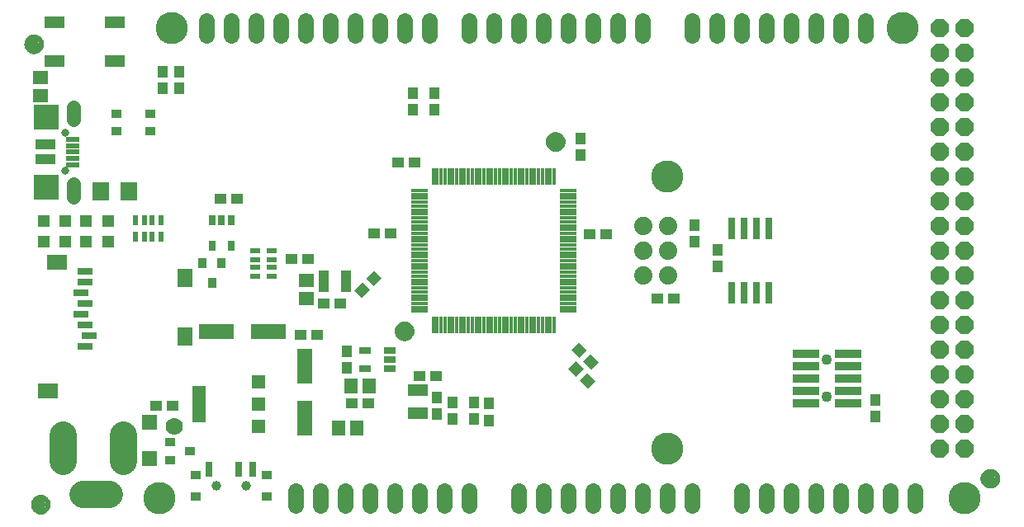
<source format=gbr>
G04 EAGLE Gerber RS-274X export*
G75*
%MOMM*%
%FSLAX34Y34*%
%LPD*%
%INSoldermask Top*%
%IPPOS*%
%AMOC8*
5,1,8,0,0,1.08239X$1,22.5*%
G01*
%ADD10C,3.301600*%
%ADD11C,1.879600*%
%ADD12R,1.341600X1.601600*%
%ADD13R,3.657600X1.501600*%
%ADD14R,1.501600X3.657600*%
%ADD15R,1.301600X1.301600*%
%ADD16R,1.501600X1.501600*%
%ADD17C,1.101600*%
%ADD18C,0.500000*%
%ADD19R,1.301600X0.651600*%
%ADD20R,1.401600X1.401600*%
%ADD21R,1.401600X3.701600*%
%ADD22R,1.176600X1.101600*%
%ADD23R,0.990600X0.889000*%
%ADD24C,0.801600*%
%ADD25R,2.514600X2.514600*%
%ADD26C,1.409600*%
%ADD27R,2.101600X1.101600*%
%ADD28R,1.450000X0.500000*%
%ADD29R,1.701600X1.904600*%
%ADD30R,2.101600X1.301600*%
%ADD31C,1.601600*%
%ADD32R,1.601600X1.341600*%
%ADD33C,1.778000*%
%ADD34R,0.889000X0.990600*%
%ADD35R,0.791600X1.091600*%
%ADD36R,0.551600X1.001600*%
%ADD37R,1.001600X0.551600*%
%ADD38R,2.701600X0.861600*%
%ADD39R,1.101600X1.176600*%
%ADD40R,0.701600X2.301600*%
%ADD41R,1.101600X0.951600*%
%ADD42R,1.117600X2.301600*%
%ADD43R,2.001600X1.201600*%
%ADD44C,2.801600*%
%ADD45R,1.101600X0.901600*%
%ADD46R,0.801600X1.601600*%
%ADD47C,1.001600*%
%ADD48P,2.034460X8X292.500000*%
%ADD49R,0.301600X1.701600*%
%ADD50R,1.701600X0.301600*%
%ADD51R,2.001600X1.501600*%
%ADD52R,1.501600X1.901600*%
%ADD53R,1.601600X0.801600*%


D10*
X660400Y355600D03*
X660400Y76200D03*
X152400Y508000D03*
X139700Y25400D03*
X965200Y25400D03*
X901700Y508000D03*
D11*
X661670Y304800D03*
X661670Y279400D03*
X661670Y254000D03*
X636270Y304800D03*
X636270Y279400D03*
X636270Y254000D03*
D12*
X342240Y97790D03*
X323240Y97790D03*
D13*
X198250Y196596D03*
X251330Y196596D03*
D14*
X288544Y161160D03*
X288544Y108080D03*
D15*
X21590Y289220D03*
X21590Y310220D03*
D16*
X130048Y66336D03*
X130048Y103336D03*
D17*
X11430Y491490D03*
D18*
X11430Y498990D02*
X11249Y498988D01*
X11068Y498981D01*
X10887Y498970D01*
X10706Y498955D01*
X10526Y498935D01*
X10346Y498911D01*
X10167Y498883D01*
X9989Y498850D01*
X9812Y498813D01*
X9635Y498772D01*
X9460Y498727D01*
X9285Y498677D01*
X9112Y498623D01*
X8941Y498565D01*
X8770Y498503D01*
X8602Y498436D01*
X8435Y498366D01*
X8269Y498292D01*
X8106Y498213D01*
X7945Y498131D01*
X7785Y498045D01*
X7628Y497955D01*
X7473Y497861D01*
X7320Y497764D01*
X7170Y497662D01*
X7022Y497558D01*
X6876Y497449D01*
X6734Y497338D01*
X6594Y497222D01*
X6457Y497104D01*
X6322Y496982D01*
X6191Y496857D01*
X6063Y496729D01*
X5938Y496598D01*
X5816Y496463D01*
X5698Y496326D01*
X5582Y496186D01*
X5471Y496044D01*
X5362Y495898D01*
X5258Y495750D01*
X5156Y495600D01*
X5059Y495447D01*
X4965Y495292D01*
X4875Y495135D01*
X4789Y494975D01*
X4707Y494814D01*
X4628Y494651D01*
X4554Y494485D01*
X4484Y494318D01*
X4417Y494150D01*
X4355Y493979D01*
X4297Y493808D01*
X4243Y493635D01*
X4193Y493460D01*
X4148Y493285D01*
X4107Y493108D01*
X4070Y492931D01*
X4037Y492753D01*
X4009Y492574D01*
X3985Y492394D01*
X3965Y492214D01*
X3950Y492033D01*
X3939Y491852D01*
X3932Y491671D01*
X3930Y491490D01*
X11430Y498990D02*
X11611Y498988D01*
X11792Y498981D01*
X11973Y498970D01*
X12154Y498955D01*
X12334Y498935D01*
X12514Y498911D01*
X12693Y498883D01*
X12871Y498850D01*
X13048Y498813D01*
X13225Y498772D01*
X13400Y498727D01*
X13575Y498677D01*
X13748Y498623D01*
X13919Y498565D01*
X14090Y498503D01*
X14258Y498436D01*
X14425Y498366D01*
X14591Y498292D01*
X14754Y498213D01*
X14915Y498131D01*
X15075Y498045D01*
X15232Y497955D01*
X15387Y497861D01*
X15540Y497764D01*
X15690Y497662D01*
X15838Y497558D01*
X15984Y497449D01*
X16126Y497338D01*
X16266Y497222D01*
X16403Y497104D01*
X16538Y496982D01*
X16669Y496857D01*
X16797Y496729D01*
X16922Y496598D01*
X17044Y496463D01*
X17162Y496326D01*
X17278Y496186D01*
X17389Y496044D01*
X17498Y495898D01*
X17602Y495750D01*
X17704Y495600D01*
X17801Y495447D01*
X17895Y495292D01*
X17985Y495135D01*
X18071Y494975D01*
X18153Y494814D01*
X18232Y494651D01*
X18306Y494485D01*
X18376Y494318D01*
X18443Y494150D01*
X18505Y493979D01*
X18563Y493808D01*
X18617Y493635D01*
X18667Y493460D01*
X18712Y493285D01*
X18753Y493108D01*
X18790Y492931D01*
X18823Y492753D01*
X18851Y492574D01*
X18875Y492394D01*
X18895Y492214D01*
X18910Y492033D01*
X18921Y491852D01*
X18928Y491671D01*
X18930Y491490D01*
X18928Y491309D01*
X18921Y491128D01*
X18910Y490947D01*
X18895Y490766D01*
X18875Y490586D01*
X18851Y490406D01*
X18823Y490227D01*
X18790Y490049D01*
X18753Y489872D01*
X18712Y489695D01*
X18667Y489520D01*
X18617Y489345D01*
X18563Y489172D01*
X18505Y489001D01*
X18443Y488830D01*
X18376Y488662D01*
X18306Y488495D01*
X18232Y488329D01*
X18153Y488166D01*
X18071Y488005D01*
X17985Y487845D01*
X17895Y487688D01*
X17801Y487533D01*
X17704Y487380D01*
X17602Y487230D01*
X17498Y487082D01*
X17389Y486936D01*
X17278Y486794D01*
X17162Y486654D01*
X17044Y486517D01*
X16922Y486382D01*
X16797Y486251D01*
X16669Y486123D01*
X16538Y485998D01*
X16403Y485876D01*
X16266Y485758D01*
X16126Y485642D01*
X15984Y485531D01*
X15838Y485422D01*
X15690Y485318D01*
X15540Y485216D01*
X15387Y485119D01*
X15232Y485025D01*
X15075Y484935D01*
X14915Y484849D01*
X14754Y484767D01*
X14591Y484688D01*
X14425Y484614D01*
X14258Y484544D01*
X14090Y484477D01*
X13919Y484415D01*
X13748Y484357D01*
X13575Y484303D01*
X13400Y484253D01*
X13225Y484208D01*
X13048Y484167D01*
X12871Y484130D01*
X12693Y484097D01*
X12514Y484069D01*
X12334Y484045D01*
X12154Y484025D01*
X11973Y484010D01*
X11792Y483999D01*
X11611Y483992D01*
X11430Y483990D01*
X11249Y483992D01*
X11068Y483999D01*
X10887Y484010D01*
X10706Y484025D01*
X10526Y484045D01*
X10346Y484069D01*
X10167Y484097D01*
X9989Y484130D01*
X9812Y484167D01*
X9635Y484208D01*
X9460Y484253D01*
X9285Y484303D01*
X9112Y484357D01*
X8941Y484415D01*
X8770Y484477D01*
X8602Y484544D01*
X8435Y484614D01*
X8269Y484688D01*
X8106Y484767D01*
X7945Y484849D01*
X7785Y484935D01*
X7628Y485025D01*
X7473Y485119D01*
X7320Y485216D01*
X7170Y485318D01*
X7022Y485422D01*
X6876Y485531D01*
X6734Y485642D01*
X6594Y485758D01*
X6457Y485876D01*
X6322Y485998D01*
X6191Y486123D01*
X6063Y486251D01*
X5938Y486382D01*
X5816Y486517D01*
X5698Y486654D01*
X5582Y486794D01*
X5471Y486936D01*
X5362Y487082D01*
X5258Y487230D01*
X5156Y487380D01*
X5059Y487533D01*
X4965Y487688D01*
X4875Y487845D01*
X4789Y488005D01*
X4707Y488166D01*
X4628Y488329D01*
X4554Y488495D01*
X4484Y488662D01*
X4417Y488830D01*
X4355Y489001D01*
X4297Y489172D01*
X4243Y489345D01*
X4193Y489520D01*
X4148Y489695D01*
X4107Y489872D01*
X4070Y490049D01*
X4037Y490227D01*
X4009Y490406D01*
X3985Y490586D01*
X3965Y490766D01*
X3950Y490947D01*
X3939Y491128D01*
X3932Y491309D01*
X3930Y491490D01*
D17*
X991790Y45490D03*
D18*
X991790Y52990D02*
X991609Y52988D01*
X991428Y52981D01*
X991247Y52970D01*
X991066Y52955D01*
X990886Y52935D01*
X990706Y52911D01*
X990527Y52883D01*
X990349Y52850D01*
X990172Y52813D01*
X989995Y52772D01*
X989820Y52727D01*
X989645Y52677D01*
X989472Y52623D01*
X989301Y52565D01*
X989130Y52503D01*
X988962Y52436D01*
X988795Y52366D01*
X988629Y52292D01*
X988466Y52213D01*
X988305Y52131D01*
X988145Y52045D01*
X987988Y51955D01*
X987833Y51861D01*
X987680Y51764D01*
X987530Y51662D01*
X987382Y51558D01*
X987236Y51449D01*
X987094Y51338D01*
X986954Y51222D01*
X986817Y51104D01*
X986682Y50982D01*
X986551Y50857D01*
X986423Y50729D01*
X986298Y50598D01*
X986176Y50463D01*
X986058Y50326D01*
X985942Y50186D01*
X985831Y50044D01*
X985722Y49898D01*
X985618Y49750D01*
X985516Y49600D01*
X985419Y49447D01*
X985325Y49292D01*
X985235Y49135D01*
X985149Y48975D01*
X985067Y48814D01*
X984988Y48651D01*
X984914Y48485D01*
X984844Y48318D01*
X984777Y48150D01*
X984715Y47979D01*
X984657Y47808D01*
X984603Y47635D01*
X984553Y47460D01*
X984508Y47285D01*
X984467Y47108D01*
X984430Y46931D01*
X984397Y46753D01*
X984369Y46574D01*
X984345Y46394D01*
X984325Y46214D01*
X984310Y46033D01*
X984299Y45852D01*
X984292Y45671D01*
X984290Y45490D01*
X991790Y52990D02*
X991971Y52988D01*
X992152Y52981D01*
X992333Y52970D01*
X992514Y52955D01*
X992694Y52935D01*
X992874Y52911D01*
X993053Y52883D01*
X993231Y52850D01*
X993408Y52813D01*
X993585Y52772D01*
X993760Y52727D01*
X993935Y52677D01*
X994108Y52623D01*
X994279Y52565D01*
X994450Y52503D01*
X994618Y52436D01*
X994785Y52366D01*
X994951Y52292D01*
X995114Y52213D01*
X995275Y52131D01*
X995435Y52045D01*
X995592Y51955D01*
X995747Y51861D01*
X995900Y51764D01*
X996050Y51662D01*
X996198Y51558D01*
X996344Y51449D01*
X996486Y51338D01*
X996626Y51222D01*
X996763Y51104D01*
X996898Y50982D01*
X997029Y50857D01*
X997157Y50729D01*
X997282Y50598D01*
X997404Y50463D01*
X997522Y50326D01*
X997638Y50186D01*
X997749Y50044D01*
X997858Y49898D01*
X997962Y49750D01*
X998064Y49600D01*
X998161Y49447D01*
X998255Y49292D01*
X998345Y49135D01*
X998431Y48975D01*
X998513Y48814D01*
X998592Y48651D01*
X998666Y48485D01*
X998736Y48318D01*
X998803Y48150D01*
X998865Y47979D01*
X998923Y47808D01*
X998977Y47635D01*
X999027Y47460D01*
X999072Y47285D01*
X999113Y47108D01*
X999150Y46931D01*
X999183Y46753D01*
X999211Y46574D01*
X999235Y46394D01*
X999255Y46214D01*
X999270Y46033D01*
X999281Y45852D01*
X999288Y45671D01*
X999290Y45490D01*
X999288Y45309D01*
X999281Y45128D01*
X999270Y44947D01*
X999255Y44766D01*
X999235Y44586D01*
X999211Y44406D01*
X999183Y44227D01*
X999150Y44049D01*
X999113Y43872D01*
X999072Y43695D01*
X999027Y43520D01*
X998977Y43345D01*
X998923Y43172D01*
X998865Y43001D01*
X998803Y42830D01*
X998736Y42662D01*
X998666Y42495D01*
X998592Y42329D01*
X998513Y42166D01*
X998431Y42005D01*
X998345Y41845D01*
X998255Y41688D01*
X998161Y41533D01*
X998064Y41380D01*
X997962Y41230D01*
X997858Y41082D01*
X997749Y40936D01*
X997638Y40794D01*
X997522Y40654D01*
X997404Y40517D01*
X997282Y40382D01*
X997157Y40251D01*
X997029Y40123D01*
X996898Y39998D01*
X996763Y39876D01*
X996626Y39758D01*
X996486Y39642D01*
X996344Y39531D01*
X996198Y39422D01*
X996050Y39318D01*
X995900Y39216D01*
X995747Y39119D01*
X995592Y39025D01*
X995435Y38935D01*
X995275Y38849D01*
X995114Y38767D01*
X994951Y38688D01*
X994785Y38614D01*
X994618Y38544D01*
X994450Y38477D01*
X994279Y38415D01*
X994108Y38357D01*
X993935Y38303D01*
X993760Y38253D01*
X993585Y38208D01*
X993408Y38167D01*
X993231Y38130D01*
X993053Y38097D01*
X992874Y38069D01*
X992694Y38045D01*
X992514Y38025D01*
X992333Y38010D01*
X992152Y37999D01*
X991971Y37992D01*
X991790Y37990D01*
X991609Y37992D01*
X991428Y37999D01*
X991247Y38010D01*
X991066Y38025D01*
X990886Y38045D01*
X990706Y38069D01*
X990527Y38097D01*
X990349Y38130D01*
X990172Y38167D01*
X989995Y38208D01*
X989820Y38253D01*
X989645Y38303D01*
X989472Y38357D01*
X989301Y38415D01*
X989130Y38477D01*
X988962Y38544D01*
X988795Y38614D01*
X988629Y38688D01*
X988466Y38767D01*
X988305Y38849D01*
X988145Y38935D01*
X987988Y39025D01*
X987833Y39119D01*
X987680Y39216D01*
X987530Y39318D01*
X987382Y39422D01*
X987236Y39531D01*
X987094Y39642D01*
X986954Y39758D01*
X986817Y39876D01*
X986682Y39998D01*
X986551Y40123D01*
X986423Y40251D01*
X986298Y40382D01*
X986176Y40517D01*
X986058Y40654D01*
X985942Y40794D01*
X985831Y40936D01*
X985722Y41082D01*
X985618Y41230D01*
X985516Y41380D01*
X985419Y41533D01*
X985325Y41688D01*
X985235Y41845D01*
X985149Y42005D01*
X985067Y42166D01*
X984988Y42329D01*
X984914Y42495D01*
X984844Y42662D01*
X984777Y42830D01*
X984715Y43001D01*
X984657Y43172D01*
X984603Y43345D01*
X984553Y43520D01*
X984508Y43695D01*
X984467Y43872D01*
X984430Y44049D01*
X984397Y44227D01*
X984369Y44406D01*
X984345Y44586D01*
X984325Y44766D01*
X984310Y44947D01*
X984299Y45128D01*
X984292Y45309D01*
X984290Y45490D01*
D17*
X18250Y18860D03*
D18*
X18250Y26360D02*
X18069Y26358D01*
X17888Y26351D01*
X17707Y26340D01*
X17526Y26325D01*
X17346Y26305D01*
X17166Y26281D01*
X16987Y26253D01*
X16809Y26220D01*
X16632Y26183D01*
X16455Y26142D01*
X16280Y26097D01*
X16105Y26047D01*
X15932Y25993D01*
X15761Y25935D01*
X15590Y25873D01*
X15422Y25806D01*
X15255Y25736D01*
X15089Y25662D01*
X14926Y25583D01*
X14765Y25501D01*
X14605Y25415D01*
X14448Y25325D01*
X14293Y25231D01*
X14140Y25134D01*
X13990Y25032D01*
X13842Y24928D01*
X13696Y24819D01*
X13554Y24708D01*
X13414Y24592D01*
X13277Y24474D01*
X13142Y24352D01*
X13011Y24227D01*
X12883Y24099D01*
X12758Y23968D01*
X12636Y23833D01*
X12518Y23696D01*
X12402Y23556D01*
X12291Y23414D01*
X12182Y23268D01*
X12078Y23120D01*
X11976Y22970D01*
X11879Y22817D01*
X11785Y22662D01*
X11695Y22505D01*
X11609Y22345D01*
X11527Y22184D01*
X11448Y22021D01*
X11374Y21855D01*
X11304Y21688D01*
X11237Y21520D01*
X11175Y21349D01*
X11117Y21178D01*
X11063Y21005D01*
X11013Y20830D01*
X10968Y20655D01*
X10927Y20478D01*
X10890Y20301D01*
X10857Y20123D01*
X10829Y19944D01*
X10805Y19764D01*
X10785Y19584D01*
X10770Y19403D01*
X10759Y19222D01*
X10752Y19041D01*
X10750Y18860D01*
X18250Y26360D02*
X18431Y26358D01*
X18612Y26351D01*
X18793Y26340D01*
X18974Y26325D01*
X19154Y26305D01*
X19334Y26281D01*
X19513Y26253D01*
X19691Y26220D01*
X19868Y26183D01*
X20045Y26142D01*
X20220Y26097D01*
X20395Y26047D01*
X20568Y25993D01*
X20739Y25935D01*
X20910Y25873D01*
X21078Y25806D01*
X21245Y25736D01*
X21411Y25662D01*
X21574Y25583D01*
X21735Y25501D01*
X21895Y25415D01*
X22052Y25325D01*
X22207Y25231D01*
X22360Y25134D01*
X22510Y25032D01*
X22658Y24928D01*
X22804Y24819D01*
X22946Y24708D01*
X23086Y24592D01*
X23223Y24474D01*
X23358Y24352D01*
X23489Y24227D01*
X23617Y24099D01*
X23742Y23968D01*
X23864Y23833D01*
X23982Y23696D01*
X24098Y23556D01*
X24209Y23414D01*
X24318Y23268D01*
X24422Y23120D01*
X24524Y22970D01*
X24621Y22817D01*
X24715Y22662D01*
X24805Y22505D01*
X24891Y22345D01*
X24973Y22184D01*
X25052Y22021D01*
X25126Y21855D01*
X25196Y21688D01*
X25263Y21520D01*
X25325Y21349D01*
X25383Y21178D01*
X25437Y21005D01*
X25487Y20830D01*
X25532Y20655D01*
X25573Y20478D01*
X25610Y20301D01*
X25643Y20123D01*
X25671Y19944D01*
X25695Y19764D01*
X25715Y19584D01*
X25730Y19403D01*
X25741Y19222D01*
X25748Y19041D01*
X25750Y18860D01*
X25748Y18679D01*
X25741Y18498D01*
X25730Y18317D01*
X25715Y18136D01*
X25695Y17956D01*
X25671Y17776D01*
X25643Y17597D01*
X25610Y17419D01*
X25573Y17242D01*
X25532Y17065D01*
X25487Y16890D01*
X25437Y16715D01*
X25383Y16542D01*
X25325Y16371D01*
X25263Y16200D01*
X25196Y16032D01*
X25126Y15865D01*
X25052Y15699D01*
X24973Y15536D01*
X24891Y15375D01*
X24805Y15215D01*
X24715Y15058D01*
X24621Y14903D01*
X24524Y14750D01*
X24422Y14600D01*
X24318Y14452D01*
X24209Y14306D01*
X24098Y14164D01*
X23982Y14024D01*
X23864Y13887D01*
X23742Y13752D01*
X23617Y13621D01*
X23489Y13493D01*
X23358Y13368D01*
X23223Y13246D01*
X23086Y13128D01*
X22946Y13012D01*
X22804Y12901D01*
X22658Y12792D01*
X22510Y12688D01*
X22360Y12586D01*
X22207Y12489D01*
X22052Y12395D01*
X21895Y12305D01*
X21735Y12219D01*
X21574Y12137D01*
X21411Y12058D01*
X21245Y11984D01*
X21078Y11914D01*
X20910Y11847D01*
X20739Y11785D01*
X20568Y11727D01*
X20395Y11673D01*
X20220Y11623D01*
X20045Y11578D01*
X19868Y11537D01*
X19691Y11500D01*
X19513Y11467D01*
X19334Y11439D01*
X19154Y11415D01*
X18974Y11395D01*
X18793Y11380D01*
X18612Y11369D01*
X18431Y11362D01*
X18250Y11360D01*
X18069Y11362D01*
X17888Y11369D01*
X17707Y11380D01*
X17526Y11395D01*
X17346Y11415D01*
X17166Y11439D01*
X16987Y11467D01*
X16809Y11500D01*
X16632Y11537D01*
X16455Y11578D01*
X16280Y11623D01*
X16105Y11673D01*
X15932Y11727D01*
X15761Y11785D01*
X15590Y11847D01*
X15422Y11914D01*
X15255Y11984D01*
X15089Y12058D01*
X14926Y12137D01*
X14765Y12219D01*
X14605Y12305D01*
X14448Y12395D01*
X14293Y12489D01*
X14140Y12586D01*
X13990Y12688D01*
X13842Y12792D01*
X13696Y12901D01*
X13554Y13012D01*
X13414Y13128D01*
X13277Y13246D01*
X13142Y13368D01*
X13011Y13493D01*
X12883Y13621D01*
X12758Y13752D01*
X12636Y13887D01*
X12518Y14024D01*
X12402Y14164D01*
X12291Y14306D01*
X12182Y14452D01*
X12078Y14600D01*
X11976Y14750D01*
X11879Y14903D01*
X11785Y15058D01*
X11695Y15215D01*
X11609Y15375D01*
X11527Y15536D01*
X11448Y15699D01*
X11374Y15865D01*
X11304Y16032D01*
X11237Y16200D01*
X11175Y16371D01*
X11117Y16542D01*
X11063Y16715D01*
X11013Y16890D01*
X10968Y17065D01*
X10927Y17242D01*
X10890Y17419D01*
X10857Y17597D01*
X10829Y17776D01*
X10805Y17956D01*
X10785Y18136D01*
X10770Y18317D01*
X10759Y18498D01*
X10752Y18679D01*
X10750Y18860D01*
D15*
X87630Y310220D03*
X87630Y289220D03*
D12*
X354940Y140970D03*
X335940Y140970D03*
D19*
X376220Y158140D03*
X376220Y167640D03*
X376220Y177140D03*
X350220Y177140D03*
X350220Y158140D03*
D20*
X241828Y99174D03*
X241828Y122174D03*
X241828Y145174D03*
D21*
X180828Y122174D03*
D22*
X284870Y193040D03*
X301870Y193040D03*
X336940Y123190D03*
X353940Y123190D03*
D23*
X151130Y83566D03*
X151130Y64262D03*
X171450Y73914D03*
D22*
X153280Y120650D03*
X136280Y120650D03*
D24*
X43180Y400500D03*
X43180Y361500D03*
D25*
X24180Y345000D03*
X24180Y417000D03*
D26*
X52180Y414000D02*
X52180Y427080D01*
X52180Y348000D02*
X52180Y334920D01*
D27*
X23180Y388500D03*
X23180Y373500D03*
D28*
X50930Y394000D03*
X50930Y387500D03*
X50930Y381000D03*
X50930Y374500D03*
X50930Y368000D03*
D15*
X43180Y289220D03*
X43180Y310220D03*
X64770Y289220D03*
X64770Y310220D03*
D29*
X108200Y340360D03*
X79760Y340360D03*
D30*
X94500Y474030D03*
X32500Y474030D03*
X32500Y514030D03*
X94500Y514030D03*
D31*
X187960Y515500D02*
X187960Y500500D01*
X213360Y500500D02*
X213360Y515500D01*
X238760Y515500D02*
X238760Y500500D01*
X264160Y500500D02*
X264160Y515500D01*
X289560Y515500D02*
X289560Y500500D01*
X314960Y500500D02*
X314960Y515500D01*
X340360Y515500D02*
X340360Y500500D01*
X365760Y500500D02*
X365760Y515500D01*
X391160Y515500D02*
X391160Y500500D01*
X416560Y500500D02*
X416560Y515500D01*
X457200Y515500D02*
X457200Y500500D01*
X482600Y500500D02*
X482600Y515500D01*
X508000Y515500D02*
X508000Y500500D01*
X533400Y500500D02*
X533400Y515500D01*
X558800Y515500D02*
X558800Y500500D01*
X584200Y500500D02*
X584200Y515500D01*
X609600Y515500D02*
X609600Y500500D01*
X635000Y500500D02*
X635000Y515500D01*
X279400Y32900D02*
X279400Y17900D01*
X304800Y17900D02*
X304800Y32900D01*
X330200Y32900D02*
X330200Y17900D01*
X355600Y17900D02*
X355600Y32900D01*
X381000Y32900D02*
X381000Y17900D01*
X406400Y17900D02*
X406400Y32900D01*
X431800Y32900D02*
X431800Y17900D01*
X457200Y17900D02*
X457200Y32900D01*
D32*
X17780Y457810D03*
X17780Y438810D03*
D33*
X154940Y99060D03*
D34*
X193802Y246380D03*
X184150Y266700D03*
X203454Y266700D03*
D22*
X202828Y332994D03*
X219828Y332994D03*
D35*
X213208Y310842D03*
X203708Y310842D03*
X194208Y310842D03*
X194208Y284942D03*
X213208Y284942D03*
D36*
X141270Y293760D03*
X141270Y310760D03*
X132270Y293760D03*
X124270Y293760D03*
X115270Y293760D03*
X115270Y310760D03*
X132270Y310760D03*
X124270Y310760D03*
D37*
X237880Y253700D03*
X254880Y253700D03*
X237880Y262700D03*
X237880Y270700D03*
X237880Y279700D03*
X254880Y279700D03*
X254880Y262700D03*
X254880Y270700D03*
D38*
X802730Y123190D03*
X802730Y135890D03*
X802730Y148590D03*
X802730Y161290D03*
X802730Y173990D03*
X845730Y123190D03*
X845730Y135890D03*
X845730Y148590D03*
X845730Y161290D03*
X845730Y173990D03*
D17*
X824230Y129540D03*
X824230Y167640D03*
D39*
X873760Y109610D03*
X873760Y126610D03*
D40*
X739140Y236090D03*
X739140Y302390D03*
X726440Y236090D03*
X751840Y236090D03*
X764540Y236090D03*
X726440Y302390D03*
X751840Y302390D03*
X764540Y302390D03*
D39*
X712470Y263280D03*
X712470Y280280D03*
D41*
X130530Y402730D03*
X95530Y402730D03*
X130530Y420230D03*
X95530Y420230D03*
D32*
X290925Y249286D03*
X290925Y230286D03*
D42*
X308546Y247868D03*
X331086Y247868D03*
D22*
X291895Y271371D03*
X274895Y271371D03*
D39*
X160174Y446314D03*
X160174Y463314D03*
X424180Y112150D03*
X424180Y129150D03*
D22*
X406790Y151130D03*
X423790Y151130D03*
D43*
X405130Y112460D03*
X405130Y136460D03*
D22*
X325159Y225045D03*
X308159Y225045D03*
D39*
X399829Y441468D03*
X399829Y424468D03*
D22*
G36*
X355865Y239519D02*
X347546Y231200D01*
X339757Y238989D01*
X348076Y247308D01*
X355865Y239519D01*
G37*
G36*
X367886Y251540D02*
X359567Y243221D01*
X351778Y251010D01*
X360097Y259329D01*
X367886Y251540D01*
G37*
G36*
X581727Y173766D02*
X590046Y165447D01*
X582257Y157658D01*
X573938Y165977D01*
X581727Y173766D01*
G37*
G36*
X569706Y185786D02*
X578025Y177467D01*
X570236Y169678D01*
X561917Y177997D01*
X569706Y185786D01*
G37*
D39*
X462280Y123562D03*
X462280Y106562D03*
X331714Y176512D03*
X331714Y159512D03*
X477538Y105546D03*
X477538Y122546D03*
D44*
X102980Y90970D02*
X102980Y63970D01*
X40480Y63970D02*
X40480Y90970D01*
X60980Y29470D02*
X87980Y29470D01*
D45*
X176860Y27100D03*
X176860Y49100D03*
X249860Y49100D03*
X249860Y27100D03*
D46*
X235860Y55600D03*
X220860Y55600D03*
X190860Y55600D03*
D47*
X198360Y38100D03*
X228360Y38100D03*
D22*
X384692Y370586D03*
X401692Y370586D03*
D39*
X143510Y446414D03*
X143510Y463414D03*
D31*
X508000Y32900D02*
X508000Y17900D01*
X533400Y17900D02*
X533400Y32900D01*
X558800Y32900D02*
X558800Y17900D01*
X584200Y17900D02*
X584200Y32900D01*
X609600Y32900D02*
X609600Y17900D01*
X635000Y17900D02*
X635000Y32900D01*
X660400Y32900D02*
X660400Y17900D01*
X685800Y17900D02*
X685800Y32900D01*
X736600Y32900D02*
X736600Y17900D01*
X762000Y17900D02*
X762000Y32900D01*
X787400Y32900D02*
X787400Y17900D01*
X812800Y17900D02*
X812800Y32900D01*
X838200Y32900D02*
X838200Y17900D01*
X863600Y17900D02*
X863600Y32900D01*
X889000Y32900D02*
X889000Y17900D01*
X914400Y17900D02*
X914400Y32900D01*
X685800Y500500D02*
X685800Y515500D01*
X711200Y515500D02*
X711200Y500500D01*
X736600Y500500D02*
X736600Y515500D01*
X762000Y515500D02*
X762000Y500500D01*
X787400Y500500D02*
X787400Y515500D01*
X812800Y515500D02*
X812800Y500500D01*
X838200Y500500D02*
X838200Y515500D01*
X863600Y515500D02*
X863600Y500500D01*
D48*
X939800Y508000D03*
X965200Y508000D03*
X939800Y482600D03*
X965200Y482600D03*
X939800Y457200D03*
X965200Y457200D03*
X939800Y431800D03*
X965200Y431800D03*
X939800Y406400D03*
X965200Y406400D03*
X939800Y381000D03*
X965200Y381000D03*
X939800Y355600D03*
X965200Y355600D03*
X939800Y330200D03*
X965200Y330200D03*
X939800Y304800D03*
X965200Y304800D03*
X939800Y279400D03*
X965200Y279400D03*
X939800Y254000D03*
X965200Y254000D03*
X939800Y228600D03*
X965200Y228600D03*
X939800Y203200D03*
X965200Y203200D03*
X939800Y177800D03*
X965200Y177800D03*
X939800Y152400D03*
X965200Y152400D03*
X939800Y127000D03*
X965200Y127000D03*
X939800Y101600D03*
X965200Y101600D03*
X939800Y76200D03*
X965200Y76200D03*
D39*
X421894Y441062D03*
X421894Y424062D03*
X571500Y394580D03*
X571500Y377580D03*
D22*
X667122Y230632D03*
X650122Y230632D03*
D49*
X420600Y203400D03*
X424600Y203400D03*
X428600Y203400D03*
X432600Y203400D03*
X436600Y203400D03*
X440600Y203400D03*
X444600Y203400D03*
X448600Y203400D03*
X452600Y203400D03*
X456600Y203400D03*
X460600Y203400D03*
X464600Y203400D03*
X468600Y203400D03*
X472600Y203400D03*
X476600Y203400D03*
X480600Y203400D03*
X484600Y203400D03*
X488600Y203400D03*
X492600Y203400D03*
X496600Y203400D03*
X500600Y203400D03*
X504600Y203400D03*
X508600Y203400D03*
X512600Y203400D03*
X516600Y203400D03*
X520600Y203400D03*
X524600Y203400D03*
X528600Y203400D03*
X532600Y203400D03*
X536600Y203400D03*
X540600Y203400D03*
X544600Y203400D03*
D50*
X558600Y217400D03*
X558600Y221400D03*
X558600Y225400D03*
X558600Y229400D03*
X558600Y233400D03*
X558600Y237400D03*
X558600Y241400D03*
X558600Y245400D03*
X558600Y249400D03*
X558600Y253400D03*
X558600Y257400D03*
X558600Y261400D03*
X558600Y265400D03*
X558600Y269400D03*
X558600Y273400D03*
X558600Y277400D03*
X558600Y281400D03*
X558600Y285400D03*
X558600Y289400D03*
X558600Y293400D03*
X558600Y297400D03*
X558600Y301400D03*
X558600Y305400D03*
X558600Y309400D03*
X558600Y313400D03*
X558600Y317400D03*
X558600Y321400D03*
X558600Y325400D03*
X558600Y329400D03*
X558600Y333400D03*
X558600Y337400D03*
X558600Y341400D03*
D49*
X544600Y355400D03*
X540600Y355400D03*
X536600Y355400D03*
X532600Y355400D03*
X528600Y355400D03*
X524600Y355400D03*
X520600Y355400D03*
X516600Y355400D03*
X512600Y355400D03*
X508600Y355400D03*
X504600Y355400D03*
X500600Y355400D03*
X496600Y355400D03*
X492600Y355400D03*
X488600Y355400D03*
X484600Y355400D03*
X480600Y355400D03*
X476600Y355400D03*
X472600Y355400D03*
X468600Y355400D03*
X464600Y355400D03*
X460600Y355400D03*
X456600Y355400D03*
X452600Y355400D03*
X448600Y355400D03*
X444600Y355400D03*
X440600Y355400D03*
X436600Y355400D03*
X432600Y355400D03*
X428600Y355400D03*
X424600Y355400D03*
X420600Y355400D03*
D50*
X406600Y341400D03*
X406600Y337400D03*
X406600Y333400D03*
X406600Y329400D03*
X406600Y325400D03*
X406600Y321400D03*
X406600Y317400D03*
X406600Y313400D03*
X406600Y309400D03*
X406600Y305400D03*
X406600Y301400D03*
X406600Y297400D03*
X406600Y293400D03*
X406600Y289400D03*
X406600Y285400D03*
X406600Y281400D03*
X406600Y277400D03*
X406600Y273400D03*
X406600Y269400D03*
X406600Y265400D03*
X406600Y261400D03*
X406600Y257400D03*
X406600Y253400D03*
X406600Y249400D03*
X406600Y245400D03*
X406600Y241400D03*
X406600Y237400D03*
X406600Y233400D03*
X406600Y229400D03*
X406600Y225400D03*
X406600Y221400D03*
X406600Y217400D03*
D22*
X581034Y296418D03*
X598034Y296418D03*
X359800Y297180D03*
X376800Y297180D03*
D39*
X440690Y106816D03*
X440690Y123816D03*
D22*
G36*
X578515Y154444D02*
X586834Y146125D01*
X579045Y138336D01*
X570726Y146655D01*
X578515Y154444D01*
G37*
G36*
X566495Y166464D02*
X574814Y158145D01*
X567025Y150356D01*
X558706Y158675D01*
X566495Y166464D01*
G37*
D39*
X688340Y305934D03*
X688340Y288934D03*
D51*
X34780Y267780D03*
X25780Y135780D03*
D52*
X165780Y251780D03*
X165780Y191780D03*
D53*
X63780Y258780D03*
X63780Y247780D03*
X59780Y236780D03*
X63780Y225780D03*
X59780Y214780D03*
X63780Y203780D03*
X67780Y192780D03*
X63780Y181780D03*
D17*
X391160Y196850D03*
D18*
X391160Y204350D02*
X390979Y204348D01*
X390798Y204341D01*
X390617Y204330D01*
X390436Y204315D01*
X390256Y204295D01*
X390076Y204271D01*
X389897Y204243D01*
X389719Y204210D01*
X389542Y204173D01*
X389365Y204132D01*
X389190Y204087D01*
X389015Y204037D01*
X388842Y203983D01*
X388671Y203925D01*
X388500Y203863D01*
X388332Y203796D01*
X388165Y203726D01*
X387999Y203652D01*
X387836Y203573D01*
X387675Y203491D01*
X387515Y203405D01*
X387358Y203315D01*
X387203Y203221D01*
X387050Y203124D01*
X386900Y203022D01*
X386752Y202918D01*
X386606Y202809D01*
X386464Y202698D01*
X386324Y202582D01*
X386187Y202464D01*
X386052Y202342D01*
X385921Y202217D01*
X385793Y202089D01*
X385668Y201958D01*
X385546Y201823D01*
X385428Y201686D01*
X385312Y201546D01*
X385201Y201404D01*
X385092Y201258D01*
X384988Y201110D01*
X384886Y200960D01*
X384789Y200807D01*
X384695Y200652D01*
X384605Y200495D01*
X384519Y200335D01*
X384437Y200174D01*
X384358Y200011D01*
X384284Y199845D01*
X384214Y199678D01*
X384147Y199510D01*
X384085Y199339D01*
X384027Y199168D01*
X383973Y198995D01*
X383923Y198820D01*
X383878Y198645D01*
X383837Y198468D01*
X383800Y198291D01*
X383767Y198113D01*
X383739Y197934D01*
X383715Y197754D01*
X383695Y197574D01*
X383680Y197393D01*
X383669Y197212D01*
X383662Y197031D01*
X383660Y196850D01*
X391160Y204350D02*
X391341Y204348D01*
X391522Y204341D01*
X391703Y204330D01*
X391884Y204315D01*
X392064Y204295D01*
X392244Y204271D01*
X392423Y204243D01*
X392601Y204210D01*
X392778Y204173D01*
X392955Y204132D01*
X393130Y204087D01*
X393305Y204037D01*
X393478Y203983D01*
X393649Y203925D01*
X393820Y203863D01*
X393988Y203796D01*
X394155Y203726D01*
X394321Y203652D01*
X394484Y203573D01*
X394645Y203491D01*
X394805Y203405D01*
X394962Y203315D01*
X395117Y203221D01*
X395270Y203124D01*
X395420Y203022D01*
X395568Y202918D01*
X395714Y202809D01*
X395856Y202698D01*
X395996Y202582D01*
X396133Y202464D01*
X396268Y202342D01*
X396399Y202217D01*
X396527Y202089D01*
X396652Y201958D01*
X396774Y201823D01*
X396892Y201686D01*
X397008Y201546D01*
X397119Y201404D01*
X397228Y201258D01*
X397332Y201110D01*
X397434Y200960D01*
X397531Y200807D01*
X397625Y200652D01*
X397715Y200495D01*
X397801Y200335D01*
X397883Y200174D01*
X397962Y200011D01*
X398036Y199845D01*
X398106Y199678D01*
X398173Y199510D01*
X398235Y199339D01*
X398293Y199168D01*
X398347Y198995D01*
X398397Y198820D01*
X398442Y198645D01*
X398483Y198468D01*
X398520Y198291D01*
X398553Y198113D01*
X398581Y197934D01*
X398605Y197754D01*
X398625Y197574D01*
X398640Y197393D01*
X398651Y197212D01*
X398658Y197031D01*
X398660Y196850D01*
X398658Y196669D01*
X398651Y196488D01*
X398640Y196307D01*
X398625Y196126D01*
X398605Y195946D01*
X398581Y195766D01*
X398553Y195587D01*
X398520Y195409D01*
X398483Y195232D01*
X398442Y195055D01*
X398397Y194880D01*
X398347Y194705D01*
X398293Y194532D01*
X398235Y194361D01*
X398173Y194190D01*
X398106Y194022D01*
X398036Y193855D01*
X397962Y193689D01*
X397883Y193526D01*
X397801Y193365D01*
X397715Y193205D01*
X397625Y193048D01*
X397531Y192893D01*
X397434Y192740D01*
X397332Y192590D01*
X397228Y192442D01*
X397119Y192296D01*
X397008Y192154D01*
X396892Y192014D01*
X396774Y191877D01*
X396652Y191742D01*
X396527Y191611D01*
X396399Y191483D01*
X396268Y191358D01*
X396133Y191236D01*
X395996Y191118D01*
X395856Y191002D01*
X395714Y190891D01*
X395568Y190782D01*
X395420Y190678D01*
X395270Y190576D01*
X395117Y190479D01*
X394962Y190385D01*
X394805Y190295D01*
X394645Y190209D01*
X394484Y190127D01*
X394321Y190048D01*
X394155Y189974D01*
X393988Y189904D01*
X393820Y189837D01*
X393649Y189775D01*
X393478Y189717D01*
X393305Y189663D01*
X393130Y189613D01*
X392955Y189568D01*
X392778Y189527D01*
X392601Y189490D01*
X392423Y189457D01*
X392244Y189429D01*
X392064Y189405D01*
X391884Y189385D01*
X391703Y189370D01*
X391522Y189359D01*
X391341Y189352D01*
X391160Y189350D01*
X390979Y189352D01*
X390798Y189359D01*
X390617Y189370D01*
X390436Y189385D01*
X390256Y189405D01*
X390076Y189429D01*
X389897Y189457D01*
X389719Y189490D01*
X389542Y189527D01*
X389365Y189568D01*
X389190Y189613D01*
X389015Y189663D01*
X388842Y189717D01*
X388671Y189775D01*
X388500Y189837D01*
X388332Y189904D01*
X388165Y189974D01*
X387999Y190048D01*
X387836Y190127D01*
X387675Y190209D01*
X387515Y190295D01*
X387358Y190385D01*
X387203Y190479D01*
X387050Y190576D01*
X386900Y190678D01*
X386752Y190782D01*
X386606Y190891D01*
X386464Y191002D01*
X386324Y191118D01*
X386187Y191236D01*
X386052Y191358D01*
X385921Y191483D01*
X385793Y191611D01*
X385668Y191742D01*
X385546Y191877D01*
X385428Y192014D01*
X385312Y192154D01*
X385201Y192296D01*
X385092Y192442D01*
X384988Y192590D01*
X384886Y192740D01*
X384789Y192893D01*
X384695Y193048D01*
X384605Y193205D01*
X384519Y193365D01*
X384437Y193526D01*
X384358Y193689D01*
X384284Y193855D01*
X384214Y194022D01*
X384147Y194190D01*
X384085Y194361D01*
X384027Y194532D01*
X383973Y194705D01*
X383923Y194880D01*
X383878Y195055D01*
X383837Y195232D01*
X383800Y195409D01*
X383767Y195587D01*
X383739Y195766D01*
X383715Y195946D01*
X383695Y196126D01*
X383680Y196307D01*
X383669Y196488D01*
X383662Y196669D01*
X383660Y196850D01*
D17*
X546100Y391160D03*
D18*
X546100Y398660D02*
X545919Y398658D01*
X545738Y398651D01*
X545557Y398640D01*
X545376Y398625D01*
X545196Y398605D01*
X545016Y398581D01*
X544837Y398553D01*
X544659Y398520D01*
X544482Y398483D01*
X544305Y398442D01*
X544130Y398397D01*
X543955Y398347D01*
X543782Y398293D01*
X543611Y398235D01*
X543440Y398173D01*
X543272Y398106D01*
X543105Y398036D01*
X542939Y397962D01*
X542776Y397883D01*
X542615Y397801D01*
X542455Y397715D01*
X542298Y397625D01*
X542143Y397531D01*
X541990Y397434D01*
X541840Y397332D01*
X541692Y397228D01*
X541546Y397119D01*
X541404Y397008D01*
X541264Y396892D01*
X541127Y396774D01*
X540992Y396652D01*
X540861Y396527D01*
X540733Y396399D01*
X540608Y396268D01*
X540486Y396133D01*
X540368Y395996D01*
X540252Y395856D01*
X540141Y395714D01*
X540032Y395568D01*
X539928Y395420D01*
X539826Y395270D01*
X539729Y395117D01*
X539635Y394962D01*
X539545Y394805D01*
X539459Y394645D01*
X539377Y394484D01*
X539298Y394321D01*
X539224Y394155D01*
X539154Y393988D01*
X539087Y393820D01*
X539025Y393649D01*
X538967Y393478D01*
X538913Y393305D01*
X538863Y393130D01*
X538818Y392955D01*
X538777Y392778D01*
X538740Y392601D01*
X538707Y392423D01*
X538679Y392244D01*
X538655Y392064D01*
X538635Y391884D01*
X538620Y391703D01*
X538609Y391522D01*
X538602Y391341D01*
X538600Y391160D01*
X546100Y398660D02*
X546281Y398658D01*
X546462Y398651D01*
X546643Y398640D01*
X546824Y398625D01*
X547004Y398605D01*
X547184Y398581D01*
X547363Y398553D01*
X547541Y398520D01*
X547718Y398483D01*
X547895Y398442D01*
X548070Y398397D01*
X548245Y398347D01*
X548418Y398293D01*
X548589Y398235D01*
X548760Y398173D01*
X548928Y398106D01*
X549095Y398036D01*
X549261Y397962D01*
X549424Y397883D01*
X549585Y397801D01*
X549745Y397715D01*
X549902Y397625D01*
X550057Y397531D01*
X550210Y397434D01*
X550360Y397332D01*
X550508Y397228D01*
X550654Y397119D01*
X550796Y397008D01*
X550936Y396892D01*
X551073Y396774D01*
X551208Y396652D01*
X551339Y396527D01*
X551467Y396399D01*
X551592Y396268D01*
X551714Y396133D01*
X551832Y395996D01*
X551948Y395856D01*
X552059Y395714D01*
X552168Y395568D01*
X552272Y395420D01*
X552374Y395270D01*
X552471Y395117D01*
X552565Y394962D01*
X552655Y394805D01*
X552741Y394645D01*
X552823Y394484D01*
X552902Y394321D01*
X552976Y394155D01*
X553046Y393988D01*
X553113Y393820D01*
X553175Y393649D01*
X553233Y393478D01*
X553287Y393305D01*
X553337Y393130D01*
X553382Y392955D01*
X553423Y392778D01*
X553460Y392601D01*
X553493Y392423D01*
X553521Y392244D01*
X553545Y392064D01*
X553565Y391884D01*
X553580Y391703D01*
X553591Y391522D01*
X553598Y391341D01*
X553600Y391160D01*
X553598Y390979D01*
X553591Y390798D01*
X553580Y390617D01*
X553565Y390436D01*
X553545Y390256D01*
X553521Y390076D01*
X553493Y389897D01*
X553460Y389719D01*
X553423Y389542D01*
X553382Y389365D01*
X553337Y389190D01*
X553287Y389015D01*
X553233Y388842D01*
X553175Y388671D01*
X553113Y388500D01*
X553046Y388332D01*
X552976Y388165D01*
X552902Y387999D01*
X552823Y387836D01*
X552741Y387675D01*
X552655Y387515D01*
X552565Y387358D01*
X552471Y387203D01*
X552374Y387050D01*
X552272Y386900D01*
X552168Y386752D01*
X552059Y386606D01*
X551948Y386464D01*
X551832Y386324D01*
X551714Y386187D01*
X551592Y386052D01*
X551467Y385921D01*
X551339Y385793D01*
X551208Y385668D01*
X551073Y385546D01*
X550936Y385428D01*
X550796Y385312D01*
X550654Y385201D01*
X550508Y385092D01*
X550360Y384988D01*
X550210Y384886D01*
X550057Y384789D01*
X549902Y384695D01*
X549745Y384605D01*
X549585Y384519D01*
X549424Y384437D01*
X549261Y384358D01*
X549095Y384284D01*
X548928Y384214D01*
X548760Y384147D01*
X548589Y384085D01*
X548418Y384027D01*
X548245Y383973D01*
X548070Y383923D01*
X547895Y383878D01*
X547718Y383837D01*
X547541Y383800D01*
X547363Y383767D01*
X547184Y383739D01*
X547004Y383715D01*
X546824Y383695D01*
X546643Y383680D01*
X546462Y383669D01*
X546281Y383662D01*
X546100Y383660D01*
X545919Y383662D01*
X545738Y383669D01*
X545557Y383680D01*
X545376Y383695D01*
X545196Y383715D01*
X545016Y383739D01*
X544837Y383767D01*
X544659Y383800D01*
X544482Y383837D01*
X544305Y383878D01*
X544130Y383923D01*
X543955Y383973D01*
X543782Y384027D01*
X543611Y384085D01*
X543440Y384147D01*
X543272Y384214D01*
X543105Y384284D01*
X542939Y384358D01*
X542776Y384437D01*
X542615Y384519D01*
X542455Y384605D01*
X542298Y384695D01*
X542143Y384789D01*
X541990Y384886D01*
X541840Y384988D01*
X541692Y385092D01*
X541546Y385201D01*
X541404Y385312D01*
X541264Y385428D01*
X541127Y385546D01*
X540992Y385668D01*
X540861Y385793D01*
X540733Y385921D01*
X540608Y386052D01*
X540486Y386187D01*
X540368Y386324D01*
X540252Y386464D01*
X540141Y386606D01*
X540032Y386752D01*
X539928Y386900D01*
X539826Y387050D01*
X539729Y387203D01*
X539635Y387358D01*
X539545Y387515D01*
X539459Y387675D01*
X539377Y387836D01*
X539298Y387999D01*
X539224Y388165D01*
X539154Y388332D01*
X539087Y388500D01*
X539025Y388671D01*
X538967Y388842D01*
X538913Y389015D01*
X538863Y389190D01*
X538818Y389365D01*
X538777Y389542D01*
X538740Y389719D01*
X538707Y389897D01*
X538679Y390076D01*
X538655Y390256D01*
X538635Y390436D01*
X538620Y390617D01*
X538609Y390798D01*
X538602Y390979D01*
X538600Y391160D01*
M02*

</source>
